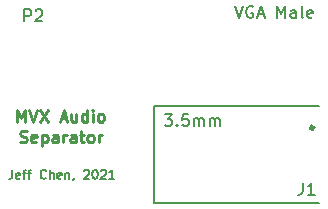
<source format=gbr>
G04 #@! TF.GenerationSoftware,KiCad,Pcbnew,(5.1.10-1-10_14)*
G04 #@! TF.CreationDate,2021-10-04T12:45:14-04:00*
G04 #@! TF.ProjectId,MVX_Audio_Separator,4d56585f-4175-4646-996f-5f5365706172,1*
G04 #@! TF.SameCoordinates,Original*
G04 #@! TF.FileFunction,Legend,Top*
G04 #@! TF.FilePolarity,Positive*
%FSLAX46Y46*%
G04 Gerber Fmt 4.6, Leading zero omitted, Abs format (unit mm)*
G04 Created by KiCad (PCBNEW (5.1.10-1-10_14)) date 2021-10-04 12:45:14*
%MOMM*%
%LPD*%
G01*
G04 APERTURE LIST*
%ADD10C,0.187500*%
%ADD11C,0.250000*%
%ADD12C,0.150000*%
%ADD13C,0.350000*%
%ADD14C,0.127000*%
%ADD15O,1.609600X3.117600*%
%ADD16C,1.801600*%
%ADD17C,4.167600*%
G04 APERTURE END LIST*
D10*
X118503571Y-102639285D02*
X118503571Y-103175000D01*
X118467857Y-103282142D01*
X118396428Y-103353571D01*
X118289285Y-103389285D01*
X118217857Y-103389285D01*
X119146428Y-103353571D02*
X119075000Y-103389285D01*
X118932142Y-103389285D01*
X118860714Y-103353571D01*
X118825000Y-103282142D01*
X118825000Y-102996428D01*
X118860714Y-102925000D01*
X118932142Y-102889285D01*
X119075000Y-102889285D01*
X119146428Y-102925000D01*
X119182142Y-102996428D01*
X119182142Y-103067857D01*
X118825000Y-103139285D01*
X119396428Y-102889285D02*
X119682142Y-102889285D01*
X119503571Y-103389285D02*
X119503571Y-102746428D01*
X119539285Y-102675000D01*
X119610714Y-102639285D01*
X119682142Y-102639285D01*
X119825000Y-102889285D02*
X120110714Y-102889285D01*
X119932142Y-103389285D02*
X119932142Y-102746428D01*
X119967857Y-102675000D01*
X120039285Y-102639285D01*
X120110714Y-102639285D01*
X121360714Y-103317857D02*
X121325000Y-103353571D01*
X121217857Y-103389285D01*
X121146428Y-103389285D01*
X121039285Y-103353571D01*
X120967857Y-103282142D01*
X120932142Y-103210714D01*
X120896428Y-103067857D01*
X120896428Y-102960714D01*
X120932142Y-102817857D01*
X120967857Y-102746428D01*
X121039285Y-102675000D01*
X121146428Y-102639285D01*
X121217857Y-102639285D01*
X121325000Y-102675000D01*
X121360714Y-102710714D01*
X121682142Y-103389285D02*
X121682142Y-102639285D01*
X122003571Y-103389285D02*
X122003571Y-102996428D01*
X121967857Y-102925000D01*
X121896428Y-102889285D01*
X121789285Y-102889285D01*
X121717857Y-102925000D01*
X121682142Y-102960714D01*
X122646428Y-103353571D02*
X122575000Y-103389285D01*
X122432142Y-103389285D01*
X122360714Y-103353571D01*
X122325000Y-103282142D01*
X122325000Y-102996428D01*
X122360714Y-102925000D01*
X122432142Y-102889285D01*
X122575000Y-102889285D01*
X122646428Y-102925000D01*
X122682142Y-102996428D01*
X122682142Y-103067857D01*
X122325000Y-103139285D01*
X123003571Y-102889285D02*
X123003571Y-103389285D01*
X123003571Y-102960714D02*
X123039285Y-102925000D01*
X123110714Y-102889285D01*
X123217857Y-102889285D01*
X123289285Y-102925000D01*
X123325000Y-102996428D01*
X123325000Y-103389285D01*
X123717857Y-103353571D02*
X123717857Y-103389285D01*
X123682142Y-103460714D01*
X123646428Y-103496428D01*
X124575000Y-102710714D02*
X124610714Y-102675000D01*
X124682142Y-102639285D01*
X124860714Y-102639285D01*
X124932142Y-102675000D01*
X124967857Y-102710714D01*
X125003571Y-102782142D01*
X125003571Y-102853571D01*
X124967857Y-102960714D01*
X124539285Y-103389285D01*
X125003571Y-103389285D01*
X125467857Y-102639285D02*
X125539285Y-102639285D01*
X125610714Y-102675000D01*
X125646428Y-102710714D01*
X125682142Y-102782142D01*
X125717857Y-102925000D01*
X125717857Y-103103571D01*
X125682142Y-103246428D01*
X125646428Y-103317857D01*
X125610714Y-103353571D01*
X125539285Y-103389285D01*
X125467857Y-103389285D01*
X125396428Y-103353571D01*
X125360714Y-103317857D01*
X125325000Y-103246428D01*
X125289285Y-103103571D01*
X125289285Y-102925000D01*
X125325000Y-102782142D01*
X125360714Y-102710714D01*
X125396428Y-102675000D01*
X125467857Y-102639285D01*
X126003571Y-102710714D02*
X126039285Y-102675000D01*
X126110714Y-102639285D01*
X126289285Y-102639285D01*
X126360714Y-102675000D01*
X126396428Y-102710714D01*
X126432142Y-102782142D01*
X126432142Y-102853571D01*
X126396428Y-102960714D01*
X125967857Y-103389285D01*
X126432142Y-103389285D01*
X127146428Y-103389285D02*
X126717857Y-103389285D01*
X126932142Y-103389285D02*
X126932142Y-102639285D01*
X126860714Y-102746428D01*
X126789285Y-102817857D01*
X126717857Y-102853571D01*
D11*
X118937142Y-98557380D02*
X118937142Y-97557380D01*
X119270476Y-98271666D01*
X119603809Y-97557380D01*
X119603809Y-98557380D01*
X119937142Y-97557380D02*
X120270476Y-98557380D01*
X120603809Y-97557380D01*
X120841904Y-97557380D02*
X121508571Y-98557380D01*
X121508571Y-97557380D02*
X120841904Y-98557380D01*
X122603809Y-98271666D02*
X123080000Y-98271666D01*
X122508571Y-98557380D02*
X122841904Y-97557380D01*
X123175238Y-98557380D01*
X123937142Y-97890714D02*
X123937142Y-98557380D01*
X123508571Y-97890714D02*
X123508571Y-98414523D01*
X123556190Y-98509761D01*
X123651428Y-98557380D01*
X123794285Y-98557380D01*
X123889523Y-98509761D01*
X123937142Y-98462142D01*
X124841904Y-98557380D02*
X124841904Y-97557380D01*
X124841904Y-98509761D02*
X124746666Y-98557380D01*
X124556190Y-98557380D01*
X124460952Y-98509761D01*
X124413333Y-98462142D01*
X124365714Y-98366904D01*
X124365714Y-98081190D01*
X124413333Y-97985952D01*
X124460952Y-97938333D01*
X124556190Y-97890714D01*
X124746666Y-97890714D01*
X124841904Y-97938333D01*
X125318095Y-98557380D02*
X125318095Y-97890714D01*
X125318095Y-97557380D02*
X125270476Y-97605000D01*
X125318095Y-97652619D01*
X125365714Y-97605000D01*
X125318095Y-97557380D01*
X125318095Y-97652619D01*
X125937142Y-98557380D02*
X125841904Y-98509761D01*
X125794285Y-98462142D01*
X125746666Y-98366904D01*
X125746666Y-98081190D01*
X125794285Y-97985952D01*
X125841904Y-97938333D01*
X125937142Y-97890714D01*
X126079999Y-97890714D01*
X126175238Y-97938333D01*
X126222857Y-97985952D01*
X126270476Y-98081190D01*
X126270476Y-98366904D01*
X126222857Y-98462142D01*
X126175238Y-98509761D01*
X126079999Y-98557380D01*
X125937142Y-98557380D01*
X119151428Y-100259761D02*
X119294285Y-100307380D01*
X119532380Y-100307380D01*
X119627619Y-100259761D01*
X119675238Y-100212142D01*
X119722857Y-100116904D01*
X119722857Y-100021666D01*
X119675238Y-99926428D01*
X119627619Y-99878809D01*
X119532380Y-99831190D01*
X119341904Y-99783571D01*
X119246666Y-99735952D01*
X119199047Y-99688333D01*
X119151428Y-99593095D01*
X119151428Y-99497857D01*
X119199047Y-99402619D01*
X119246666Y-99355000D01*
X119341904Y-99307380D01*
X119580000Y-99307380D01*
X119722857Y-99355000D01*
X120532380Y-100259761D02*
X120437142Y-100307380D01*
X120246666Y-100307380D01*
X120151428Y-100259761D01*
X120103809Y-100164523D01*
X120103809Y-99783571D01*
X120151428Y-99688333D01*
X120246666Y-99640714D01*
X120437142Y-99640714D01*
X120532380Y-99688333D01*
X120580000Y-99783571D01*
X120580000Y-99878809D01*
X120103809Y-99974047D01*
X121008571Y-99640714D02*
X121008571Y-100640714D01*
X121008571Y-99688333D02*
X121103809Y-99640714D01*
X121294285Y-99640714D01*
X121389523Y-99688333D01*
X121437142Y-99735952D01*
X121484761Y-99831190D01*
X121484761Y-100116904D01*
X121437142Y-100212142D01*
X121389523Y-100259761D01*
X121294285Y-100307380D01*
X121103809Y-100307380D01*
X121008571Y-100259761D01*
X122341904Y-100307380D02*
X122341904Y-99783571D01*
X122294285Y-99688333D01*
X122199047Y-99640714D01*
X122008571Y-99640714D01*
X121913333Y-99688333D01*
X122341904Y-100259761D02*
X122246666Y-100307380D01*
X122008571Y-100307380D01*
X121913333Y-100259761D01*
X121865714Y-100164523D01*
X121865714Y-100069285D01*
X121913333Y-99974047D01*
X122008571Y-99926428D01*
X122246666Y-99926428D01*
X122341904Y-99878809D01*
X122818095Y-100307380D02*
X122818095Y-99640714D01*
X122818095Y-99831190D02*
X122865714Y-99735952D01*
X122913333Y-99688333D01*
X123008571Y-99640714D01*
X123103809Y-99640714D01*
X123865714Y-100307380D02*
X123865714Y-99783571D01*
X123818095Y-99688333D01*
X123722857Y-99640714D01*
X123532380Y-99640714D01*
X123437142Y-99688333D01*
X123865714Y-100259761D02*
X123770476Y-100307380D01*
X123532380Y-100307380D01*
X123437142Y-100259761D01*
X123389523Y-100164523D01*
X123389523Y-100069285D01*
X123437142Y-99974047D01*
X123532380Y-99926428D01*
X123770476Y-99926428D01*
X123865714Y-99878809D01*
X124199047Y-99640714D02*
X124580000Y-99640714D01*
X124341904Y-99307380D02*
X124341904Y-100164523D01*
X124389523Y-100259761D01*
X124484761Y-100307380D01*
X124580000Y-100307380D01*
X125056190Y-100307380D02*
X124960952Y-100259761D01*
X124913333Y-100212142D01*
X124865714Y-100116904D01*
X124865714Y-99831190D01*
X124913333Y-99735952D01*
X124960952Y-99688333D01*
X125056190Y-99640714D01*
X125199047Y-99640714D01*
X125294285Y-99688333D01*
X125341904Y-99735952D01*
X125389523Y-99831190D01*
X125389523Y-100116904D01*
X125341904Y-100212142D01*
X125294285Y-100259761D01*
X125199047Y-100307380D01*
X125056190Y-100307380D01*
X125818095Y-100307380D02*
X125818095Y-99640714D01*
X125818095Y-99831190D02*
X125865714Y-99735952D01*
X125913333Y-99688333D01*
X126008571Y-99640714D01*
X126103809Y-99640714D01*
D12*
X131399047Y-97902380D02*
X132018095Y-97902380D01*
X131684761Y-98283333D01*
X131827619Y-98283333D01*
X131922857Y-98330952D01*
X131970476Y-98378571D01*
X132018095Y-98473809D01*
X132018095Y-98711904D01*
X131970476Y-98807142D01*
X131922857Y-98854761D01*
X131827619Y-98902380D01*
X131541904Y-98902380D01*
X131446666Y-98854761D01*
X131399047Y-98807142D01*
X132446666Y-98807142D02*
X132494285Y-98854761D01*
X132446666Y-98902380D01*
X132399047Y-98854761D01*
X132446666Y-98807142D01*
X132446666Y-98902380D01*
X133399047Y-97902380D02*
X132922857Y-97902380D01*
X132875238Y-98378571D01*
X132922857Y-98330952D01*
X133018095Y-98283333D01*
X133256190Y-98283333D01*
X133351428Y-98330952D01*
X133399047Y-98378571D01*
X133446666Y-98473809D01*
X133446666Y-98711904D01*
X133399047Y-98807142D01*
X133351428Y-98854761D01*
X133256190Y-98902380D01*
X133018095Y-98902380D01*
X132922857Y-98854761D01*
X132875238Y-98807142D01*
X133875238Y-98902380D02*
X133875238Y-98235714D01*
X133875238Y-98330952D02*
X133922857Y-98283333D01*
X134018095Y-98235714D01*
X134160952Y-98235714D01*
X134256190Y-98283333D01*
X134303809Y-98378571D01*
X134303809Y-98902380D01*
X134303809Y-98378571D02*
X134351428Y-98283333D01*
X134446666Y-98235714D01*
X134589523Y-98235714D01*
X134684761Y-98283333D01*
X134732380Y-98378571D01*
X134732380Y-98902380D01*
X135208571Y-98902380D02*
X135208571Y-98235714D01*
X135208571Y-98330952D02*
X135256190Y-98283333D01*
X135351428Y-98235714D01*
X135494285Y-98235714D01*
X135589523Y-98283333D01*
X135637142Y-98378571D01*
X135637142Y-98902380D01*
X135637142Y-98378571D02*
X135684761Y-98283333D01*
X135780000Y-98235714D01*
X135922857Y-98235714D01*
X136018095Y-98283333D01*
X136065714Y-98378571D01*
X136065714Y-98902380D01*
X137332857Y-88762380D02*
X137666190Y-89762380D01*
X137999523Y-88762380D01*
X138856666Y-88810000D02*
X138761428Y-88762380D01*
X138618571Y-88762380D01*
X138475714Y-88810000D01*
X138380476Y-88905238D01*
X138332857Y-89000476D01*
X138285238Y-89190952D01*
X138285238Y-89333809D01*
X138332857Y-89524285D01*
X138380476Y-89619523D01*
X138475714Y-89714761D01*
X138618571Y-89762380D01*
X138713809Y-89762380D01*
X138856666Y-89714761D01*
X138904285Y-89667142D01*
X138904285Y-89333809D01*
X138713809Y-89333809D01*
X139285238Y-89476666D02*
X139761428Y-89476666D01*
X139190000Y-89762380D02*
X139523333Y-88762380D01*
X139856666Y-89762380D01*
X140951904Y-89762380D02*
X140951904Y-88762380D01*
X141285238Y-89476666D01*
X141618571Y-88762380D01*
X141618571Y-89762380D01*
X142523333Y-89762380D02*
X142523333Y-89238571D01*
X142475714Y-89143333D01*
X142380476Y-89095714D01*
X142190000Y-89095714D01*
X142094761Y-89143333D01*
X142523333Y-89714761D02*
X142428095Y-89762380D01*
X142190000Y-89762380D01*
X142094761Y-89714761D01*
X142047142Y-89619523D01*
X142047142Y-89524285D01*
X142094761Y-89429047D01*
X142190000Y-89381428D01*
X142428095Y-89381428D01*
X142523333Y-89333809D01*
X143142380Y-89762380D02*
X143047142Y-89714761D01*
X142999523Y-89619523D01*
X142999523Y-88762380D01*
X143904285Y-89714761D02*
X143809047Y-89762380D01*
X143618571Y-89762380D01*
X143523333Y-89714761D01*
X143475714Y-89619523D01*
X143475714Y-89238571D01*
X143523333Y-89143333D01*
X143618571Y-89095714D01*
X143809047Y-89095714D01*
X143904285Y-89143333D01*
X143951904Y-89238571D01*
X143951904Y-89333809D01*
X143475714Y-89429047D01*
D13*
X144040000Y-99060000D02*
G75*
G03*
X144040000Y-99060000I-150000J0D01*
G01*
D14*
X130510000Y-97260000D02*
X144510000Y-97260000D01*
X130510000Y-105460000D02*
X130510000Y-97260000D01*
X144510000Y-105460000D02*
X130510000Y-105460000D01*
D12*
X143096223Y-103741652D02*
X143096223Y-104456888D01*
X143048540Y-104599935D01*
X142953175Y-104695300D01*
X142810128Y-104742983D01*
X142714763Y-104742983D01*
X144097554Y-104742983D02*
X143525364Y-104742983D01*
X143811459Y-104742983D02*
X143811459Y-103741652D01*
X143716094Y-103884699D01*
X143620729Y-103980064D01*
X143525364Y-104027746D01*
X119531904Y-90052380D02*
X119531904Y-89052380D01*
X119912857Y-89052380D01*
X120008095Y-89100000D01*
X120055714Y-89147619D01*
X120103333Y-89242857D01*
X120103333Y-89385714D01*
X120055714Y-89480952D01*
X120008095Y-89528571D01*
X119912857Y-89576190D01*
X119531904Y-89576190D01*
X120484285Y-89147619D02*
X120531904Y-89100000D01*
X120627142Y-89052380D01*
X120865238Y-89052380D01*
X120960476Y-89100000D01*
X121008095Y-89147619D01*
X121055714Y-89242857D01*
X121055714Y-89338095D01*
X121008095Y-89480952D01*
X120436666Y-90052380D01*
X121055714Y-90052380D01*
%LPC*%
D15*
X143310000Y-101160000D03*
X140910000Y-103160000D03*
X137210000Y-101160000D03*
X135410000Y-103160000D03*
X131710000Y-101160000D03*
D16*
X134845000Y-111610000D03*
X132555000Y-111610000D03*
X130265000Y-111610000D03*
X127975000Y-111610000D03*
X125685000Y-111610000D03*
X133700000Y-109630000D03*
X131410000Y-109630000D03*
X129120000Y-109630000D03*
X126830000Y-109630000D03*
X124540000Y-109630000D03*
X134845000Y-107650000D03*
X132555000Y-107650000D03*
X130265000Y-107650000D03*
X127975000Y-107650000D03*
D17*
X142760000Y-109630000D03*
X117770000Y-109630000D03*
G36*
G01*
X124784200Y-108500000D02*
X124784200Y-106800000D01*
G75*
G02*
X124835000Y-106749200I50800J0D01*
G01*
X126535000Y-106749200D01*
G75*
G02*
X126585800Y-106800000I0J-50800D01*
G01*
X126585800Y-108500000D01*
G75*
G02*
X126535000Y-108550800I-50800J0D01*
G01*
X124835000Y-108550800D01*
G75*
G02*
X124784200Y-108500000I0J50800D01*
G01*
G37*
D16*
X134595000Y-90940000D03*
X132305000Y-90940000D03*
X130015000Y-90940000D03*
X127725000Y-90940000D03*
X125435000Y-90940000D03*
X135740000Y-92920000D03*
X133450000Y-92920000D03*
X131160000Y-92920000D03*
X128870000Y-92920000D03*
X126580000Y-92920000D03*
G36*
G01*
X133694200Y-95750000D02*
X133694200Y-94050000D01*
G75*
G02*
X133745000Y-93999200I50800J0D01*
G01*
X135445000Y-93999200D01*
G75*
G02*
X135495800Y-94050000I0J-50800D01*
G01*
X135495800Y-95750000D01*
G75*
G02*
X135445000Y-95800800I-50800J0D01*
G01*
X133745000Y-95800800D01*
G75*
G02*
X133694200Y-95750000I0J50800D01*
G01*
G37*
X132305000Y-94900000D03*
X130015000Y-94900000D03*
X127725000Y-94900000D03*
D17*
X142760000Y-92920000D03*
X117770000Y-92920000D03*
D16*
X125435000Y-94900000D03*
M02*

</source>
